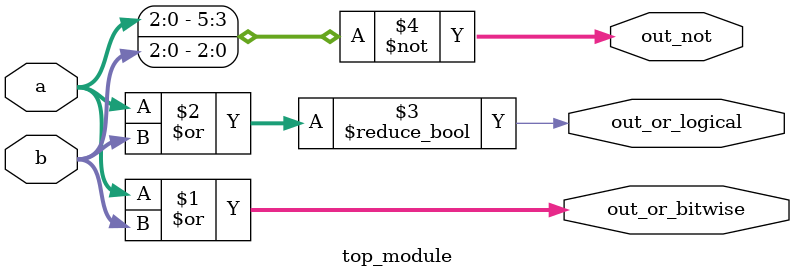
<source format=sv>
module top_module(
    input [2:0] a,
    input [2:0] b,
    output [2:0] out_or_bitwise,
    output out_or_logical,
    output [5:0] out_not
);
    
    assign out_or_bitwise = a | b;
    assign out_or_logical = (a | b) != 0;
    assign out_not = ~{a, b};
    
endmodule

</source>
